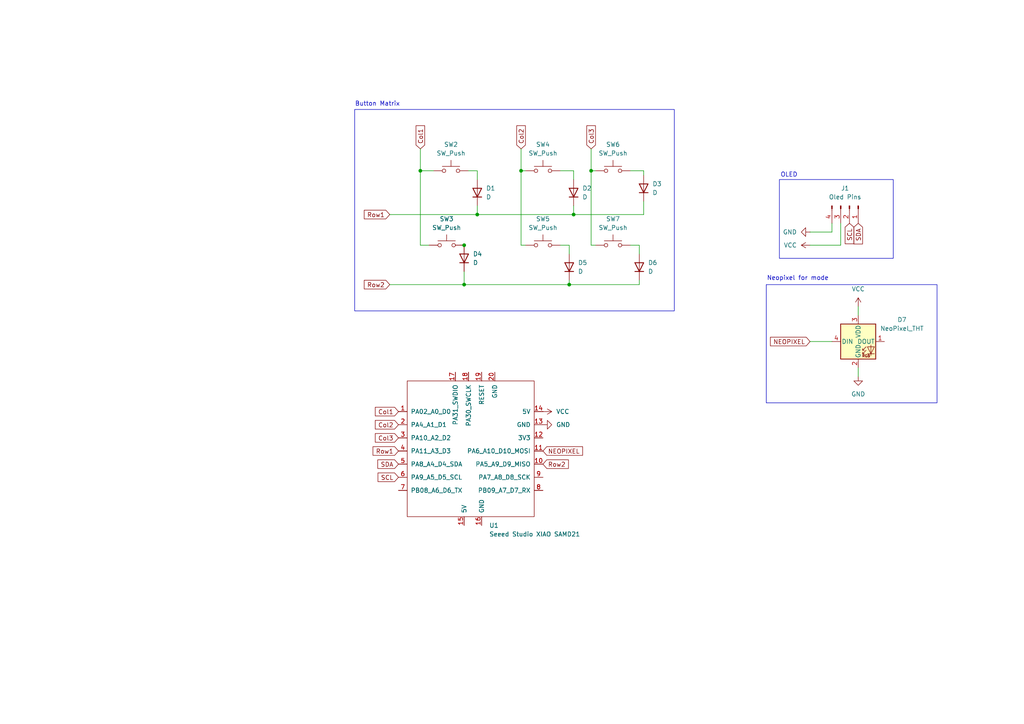
<source format=kicad_sch>
(kicad_sch (version 20231120) (generator "eeschema") (generator_version "8.0")
  (paper "A4")
  (lib_symbols
    (symbol "Connector:Conn_01x04_Pin" (pin_names (offset 1.016) hide)
      (property "Reference" "J" (at 0 5.08 0))
      (property "Value" "Conn_01x04_Pin" (at 0 -7.62 0))
      (symbol "Conn_01x04_Pin_1_1"
        (polyline (pts (xy 1.27 -5.08) (xy 0.8636 -5.08)) (stroke (width 0.1524)))
        (polyline (pts (xy 1.27 -2.54) (xy 0.8636 -2.54)) (stroke (width 0.1524)))
        (polyline (pts (xy 1.27 0) (xy 0.8636 0)) (stroke (width 0.1524)))
        (polyline (pts (xy 1.27 2.54) (xy 0.8636 2.54)) (stroke (width 0.1524)))
        (rectangle (start 0.8636 -4.953) (end 0 -5.207) (stroke (width 0.1524)) (fill (type outline)))
        (rectangle (start 0.8636 -2.413) (end 0 -2.667) (stroke (width 0.1524)) (fill (type outline)))
        (rectangle (start 0.8636 0.127) (end 0 -0.127) (stroke (width 0.1524)) (fill (type outline)))
        (rectangle (start 0.8636 2.667) (end 0 2.413) (stroke (width 0.1524)) (fill (type outline)))
        (pin passive line (at 5.08 2.54 180) (length 3.81) (name "Pin_1") (number "1"))
        (pin passive line (at 5.08 0 180) (length 3.81) (name "Pin_2") (number "2"))
        (pin passive line (at 5.08 -2.54 180) (length 3.81) (name "Pin_3") (number "3"))
        (pin passive line (at 5.08 -5.08 180) (length 3.81) (name "Pin_4") (number "4"))
      )
    )
    (symbol "Device:D" (pin_numbers hide) (pin_names (offset 1.016) hide)
      (property "Reference" "D" (at 0 2.54 0))
      (property "Value" "D" (at 0 -2.54 0))
      (symbol "D_0_1"
        (polyline (pts (xy -1.27 1.27) (xy -1.27 -1.27)) (stroke (width 0.254)))
        (polyline (pts (xy 1.27 0) (xy -1.27 0)))
        (polyline (pts (xy 1.27 1.27) (xy 1.27 -1.27) (xy -1.27 0) (xy 1.27 1.27)) (stroke (width 0.254)))
      )
      (symbol "D_1_1"
        (pin passive line (at -3.81 0 0) (length 2.54) (name "K") (number "1"))
        (pin passive line (at 3.81 0 180) (length 2.54) (name "A") (number "2"))
      )
    )
    (symbol "LED:NeoPixel_THT" (pin_names (offset 0.254))
      (property "Reference" "D" (at 5.08 5.715 0))
      (property "Value" "NeoPixel_THT" (at 1.27 -5.715 0))
      (symbol "NeoPixel_THT_0_0"
        (text "RGB" (at 2.286 -4.191 0) (effects (font (size 0.762 0.762))))
      )
      (symbol "NeoPixel_THT_0_1"
        (polyline (pts (xy 1.27 -3.556) (xy 1.778 -3.556)))
        (polyline (pts (xy 1.27 -2.54) (xy 1.778 -2.54)))
        (polyline (pts (xy 4.699 -3.556) (xy 2.667 -3.556)))
        (polyline (pts (xy 2.286 -2.54) (xy 1.27 -3.556) (xy 1.27 -3.048)))
        (polyline (pts (xy 2.286 -1.524) (xy 1.27 -2.54) (xy 1.27 -2.032)))
        (polyline (pts (xy 3.683 -1.016) (xy 3.683 -3.556) (xy 3.683 -4.064)))
        (polyline (pts (xy 4.699 -1.524) (xy 2.667 -1.524) (xy 3.683 -3.556) (xy 4.699 -1.524)))
        (rectangle (start 5.08 5.08) (end -5.08 -5.08) (stroke (width 0.254)) (fill (type background)))
      )
      (symbol "NeoPixel_THT_1_1"
        (pin output line (at 7.62 0 180) (length 2.54) (name "DOUT") (number "1"))
        (pin power_in line (at 0 -7.62 90) (length 2.54) (name "GND") (number "2"))
        (pin power_in line (at 0 7.62 270) (length 2.54) (name "VDD") (number "3"))
        (pin input line (at -7.62 0 0) (length 2.54) (name "DIN") (number "4"))
      )
    )
    (symbol "Seeed_Studio_XIAO_Series:Seeed Studio XIAO SAMD21" (pin_names (offset 1.016))
      (property "Reference" "U" (at -19.05 22.86 0))
      (property "Value" "Seeed Studio XIAO SAMD21" (at -12.7 21.59 0))
      (symbol "Seeed Studio XIAO SAMD21_0_1"
        (rectangle (start -19.05 20.32) (end 17.78 -19.05))
      )
      (symbol "Seeed Studio XIAO SAMD21_1_1"
        (pin unspecified line (at -21.59 11.43 0) (length 2.54) (name "PA02_A0_D0") (number "1"))
        (pin unspecified line (at 20.32 -3.81 180) (length 2.54) (name "PA5_A9_D9_MISO") (number "10"))
        (pin unspecified line (at 20.32 0 180) (length 2.54) (name "PA6_A10_D10_MOSI") (number "11"))
        (pin unspecified line (at 20.32 3.81 180) (length 2.54) (name "3V3") (number "12"))
        (pin unspecified line (at 20.32 7.62 180) (length 2.54) (name "GND") (number "13"))
        (pin unspecified line (at 20.32 11.43 180) (length 2.54) (name "5V") (number "14"))
        (pin input line (at -2.54 -21.59 90) (length 2.54) (name "5V") (number "15"))
        (pin input line (at 2.54 -21.59 90) (length 2.54) (name "GND") (number "16"))
        (pin input line (at -5.08 22.86 270) (length 2.54) (name "PA31_SWDIO") (number "17"))
        (pin input line (at -1.27 22.86 270) (length 2.54) (name "PA30_SWCLK") (number "18"))
        (pin input line (at 2.54 22.86 270) (length 2.54) (name "RESET") (number "19"))
        (pin unspecified line (at -21.59 7.62 0) (length 2.54) (name "PA4_A1_D1") (number "2"))
        (pin input line (at 6.35 22.86 270) (length 2.54) (name "GND") (number "20"))
        (pin unspecified line (at -21.59 3.81 0) (length 2.54) (name "PA10_A2_D2") (number "3"))
        (pin unspecified line (at -21.59 0 0) (length 2.54) (name "PA11_A3_D3") (number "4"))
        (pin unspecified line (at -21.59 -3.81 0) (length 2.54) (name "PA8_A4_D4_SDA") (number "5"))
        (pin unspecified line (at -21.59 -7.62 0) (length 2.54) (name "PA9_A5_D5_SCL") (number "6"))
        (pin unspecified line (at -21.59 -11.43 0) (length 2.54) (name "PB08_A6_D6_TX") (number "7"))
        (pin unspecified line (at 20.32 -11.43 180) (length 2.54) (name "PB09_A7_D7_RX") (number "8"))
        (pin unspecified line (at 20.32 -7.62 180) (length 2.54) (name "PA7_A8_D8_SCK") (number "9"))
      )
    )
    (symbol "Switch:SW_Push" (pin_numbers hide) (pin_names (offset 1.016) hide)
      (property "Reference" "SW" (at 1.27 2.54 0))
      (property "Value" "SW_Push" (at 0 -1.524 0))
      (symbol "SW_Push_0_1"
        (circle (center -2.032 0) (radius 0.508))
        (polyline (pts (xy 0 1.27) (xy 0 3.048)))
        (polyline (pts (xy 2.54 1.27) (xy -2.54 1.27)))
        (circle (center 2.032 0) (radius 0.508))
        (pin passive line (at -5.08 0 0) (length 2.54) (name "1") (number "1"))
        (pin passive line (at 5.08 0 180) (length 2.54) (name "2") (number "2"))
      )
    )
    (symbol "power:GND" (power) (pin_numbers hide) (pin_names (offset 0) hide)
      (property "Value" "GND" (at 0 -3.81 0))
      (symbol "GND_0_1"
        (polyline (pts (xy 0 0) (xy 0 -1.27) (xy 1.27 -1.27) (xy 0 -2.54) (xy -1.27 -1.27) (xy 0 -1.27)))
      )
      (symbol "GND_1_1"
        (pin power_in line (at 0 0 270) (length 0) (name "~") (number "1"))
      )
    )
    (symbol "power:VCC" (power) (pin_numbers hide) (pin_names (offset 0) hide)
      (property "Value" "VCC" (at 0 3.556 0))
      (symbol "VCC_0_1"
        (polyline (pts (xy -0.762 1.27) (xy 0 2.54)))
        (polyline (pts (xy 0 0) (xy 0 2.54)))
        (polyline (pts (xy 0 2.54) (xy 0.762 1.27)))
      )
      (symbol "VCC_1_1"
        (pin power_in line (at 0 0 90) (length 0) (name "~") (number "1"))
      )
    )
  )
  (junction (at 134.62 71.12))
  (junction (at 165.1 82.55))
  (junction (at 134.62 82.55))
  (junction (at 138.43 62.23))
  (junction (at 121.92 49.53))
  (junction (at 171.45 49.53))
  (junction (at 166.37 62.23))
  (junction (at 151.13 49.53))
  (wire (pts (xy 171.45 43.18) (xy 171.45 49.53)))
  (wire (pts (xy 186.69 58.42) (xy 186.69 62.23)))
  (wire (pts (xy 171.45 49.53) (xy 171.45 71.12)))
  (wire (pts (xy 151.13 43.18) (xy 151.13 49.53)))
  (wire (pts (xy 121.92 49.53) (xy 121.92 71.12)))
  (wire (pts (xy 151.13 71.12) (xy 152.4 71.12)))
  (wire (pts (xy 166.37 49.53) (xy 166.37 52.07)))
  (wire (pts (xy 151.13 49.53) (xy 151.13 71.12)))
  (wire (pts (xy 185.42 81.28) (xy 185.42 82.55)))
  (wire (pts (xy 185.42 71.12) (xy 185.42 73.66)))
  (wire (pts (xy 151.13 49.53) (xy 152.4 49.53)))
  (wire (pts (xy 113.03 62.23) (xy 138.43 62.23)))
  (wire (pts (xy 248.92 88.9) (xy 248.92 91.44)))
  (wire (pts (xy 138.43 49.53) (xy 138.43 52.07)))
  (wire (pts (xy 165.1 82.55) (xy 185.42 82.55)))
  (wire (pts (xy 134.62 78.74) (xy 134.62 82.55)))
  (wire (pts (xy 135.89 49.53) (xy 138.43 49.53)))
  (wire (pts (xy 234.95 71.12) (xy 243.84 71.12)))
  (wire (pts (xy 241.3 67.31) (xy 241.3 64.77)))
  (wire (pts (xy 121.92 49.53) (xy 121.92 43.18)))
  (wire (pts (xy 162.56 71.12) (xy 165.1 71.12)))
  (wire (pts (xy 171.45 49.53) (xy 172.72 49.53)))
  (wire (pts (xy 134.62 82.55) (xy 165.1 82.55)))
  (wire (pts (xy 248.92 106.68) (xy 248.92 109.22)))
  (wire (pts (xy 243.84 71.12) (xy 243.84 64.77)))
  (wire (pts (xy 121.92 49.53) (xy 125.73 49.53)))
  (wire (pts (xy 121.92 71.12) (xy 124.46 71.12)))
  (wire (pts (xy 171.45 71.12) (xy 172.72 71.12)))
  (wire (pts (xy 133.35 71.12) (xy 134.62 71.12)))
  (wire (pts (xy 113.03 82.55) (xy 134.62 82.55)))
  (wire (pts (xy 165.1 71.12) (xy 165.1 73.66)))
  (wire (pts (xy 182.88 49.53) (xy 186.69 49.53)))
  (wire (pts (xy 138.43 59.69) (xy 138.43 62.23)))
  (wire (pts (xy 165.1 81.28) (xy 165.1 82.55)))
  (wire (pts (xy 166.37 59.69) (xy 166.37 62.23)))
  (wire (pts (xy 234.95 99.06) (xy 241.3 99.06)))
  (wire (pts (xy 186.69 49.53) (xy 186.69 50.8)))
  (wire (pts (xy 138.43 62.23) (xy 166.37 62.23)))
  (wire (pts (xy 162.56 49.53) (xy 166.37 49.53)))
  (wire (pts (xy 234.95 67.31) (xy 241.3 67.31)))
  (wire (pts (xy 166.37 62.23) (xy 186.69 62.23)))
  (wire (pts (xy 182.88 71.12) (xy 185.42 71.12)))
  (rectangle (start 222.25 82.55) (end 271.78 116.84))
  (rectangle (start 102.87 31.75) (end 195.58 90.17))
  (rectangle (start 226.06 52.07) (end 259.08 74.93))
  (text "Button Matrix" (at 109.474 30.226 0) (effects (font (size 1.27 1.27))))
  (text "OLED" (at 228.854 50.8 0) (effects (font (size 1.27 1.27))))
  (text "Neopixel for mode" (at 231.394 80.772 0) (effects (font (size 1.27 1.27))))
  (global_label "Col1" (shape input) (at 115.57 119.38 180) (property "Intersheetrefs" "${INTERSHEET_REFS}" (effects (hide yes))))
  (global_label "Col1" (shape input) (at 121.92 43.18 90) (property "Intersheetrefs" "${INTERSHEET_REFS}" (effects (hide yes))))
  (global_label "SDA" (shape input) (at 115.57 134.62 180) (property "Intersheetrefs" "${INTERSHEET_REFS}" (effects (hide yes))))
  (global_label "NEOPIXEL" (shape input) (at 234.95 99.06 180) (property "Intersheetrefs" "${INTERSHEET_REFS}" (effects (hide yes))))
  (global_label "Col3" (shape input) (at 115.57 127 180) (property "Intersheetrefs" "${INTERSHEET_REFS}" (effects (hide yes))))
  (global_label "SDA" (shape input) (at 248.92 64.77 270) (property "Intersheetrefs" "${INTERSHEET_REFS}" (effects (hide yes))))
  (global_label "SCL" (shape input) (at 246.38 64.77 270) (property "Intersheetrefs" "${INTERSHEET_REFS}" (effects (hide yes))))
  (global_label "Row2" (shape input) (at 113.03 82.55 180) (property "Intersheetrefs" "${INTERSHEET_REFS}" (effects (hide yes))))
  (global_label "Col2" (shape input) (at 115.57 123.19 180) (property "Intersheetrefs" "${INTERSHEET_REFS}" (effects (hide yes))))
  (global_label "Row2" (shape input) (at 157.48 134.62 0) (property "Intersheetrefs" "${INTERSHEET_REFS}" (effects (hide yes))))
  (global_label "NEOPIXEL" (shape input) (at 157.48 130.81 0) (property "Intersheetrefs" "${INTERSHEET_REFS}" (effects (hide yes))))
  (global_label "Col2" (shape input) (at 151.13 43.18 90) (property "Intersheetrefs" "${INTERSHEET_REFS}" (effects (hide yes))))
  (global_label "SCL" (shape input) (at 115.57 138.43 180) (property "Intersheetrefs" "${INTERSHEET_REFS}" (effects (hide yes))))
  (global_label "Row1" (shape input) (at 113.03 62.23 180) (property "Intersheetrefs" "${INTERSHEET_REFS}" (effects (hide yes))))
  (global_label "Row1" (shape input) (at 115.57 130.81 180) (property "Intersheetrefs" "${INTERSHEET_REFS}" (effects (hide yes))))
  (global_label "Col3" (shape input) (at 171.45 43.18 90) (property "Intersheetrefs" "${INTERSHEET_REFS}" (effects (hide yes))))
  (symbol (lib_id "Seeed_Studio_XIAO_Series:Seeed Studio XIAO SAMD21") (at 137.16 130.81 0) (unit 1)
    (property "Reference" "U1" (at 141.8941 152.4 0) (effects (justify left)))
    (property "Value" "Seeed Studio XIAO SAMD21" (at 141.8941 154.94 0) (effects (justify left)))
    (property "Footprint" "Seeed Studio XIAO Series Library:XIAO-Generic-Thruhole-14P-2.54-21X17.8MM" (effects (hide yes)))
  )
  (symbol (lib_id "LED:NeoPixel_THT") (at 248.92 99.06 0) (unit 1)
    (property "Reference" "D7" (at 261.62 92.7414 0))
    (property "Value" "NeoPixel_THT" (at 261.62 95.2814 0))
    (property "Footprint" "LED_SMD:LED_WS2812B_PLCC4_5.0x5.0mm_P3.2mm" (effects (hide yes)))
    (property "Datasheet" "https://www.adafruit.com/product/1938" (effects (hide yes)))
    (property "Description" "RGB LED with integrated controller, 5mm/8mm LED package" (effects (hide yes)))
  )
  (symbol (lib_id "power:GND") (at 248.92 109.22 0) (unit 1)
    (property "Reference" "#PWR03" (effects (hide yes)))
    (property "Value" "GND" (at 248.92 114.3 0))
    (property "Description" "Power symbol creates a global label with name \"GND\" , ground" (effects (hide yes)))
  )
  (symbol (lib_id "power:GND") (at 234.95 67.31 270) (unit 1)
    (property "Reference" "#PWR01" (effects (hide yes)))
    (property "Value" "GND" (at 231.14 67.3099 90) (effects (justify right)))
    (property "Description" "Power symbol creates a global label with name \"GND\" , ground" (effects (hide yes)))
  )
  (symbol (lib_id "Switch:SW_Push") (at 157.48 49.53 0) (unit 1)
    (property "Reference" "SW4" (at 157.48 41.91 0))
    (property "Value" "SW_Push" (at 157.48 44.45 0))
    (property "Footprint" "Button_Switch_Keyboard:SW_Cherry_MX_1.00u_PCB" (effects (hide yes)))
    (property "Description" "Push button switch, generic, two pins" (effects (hide yes)))
  )
  (symbol (lib_id "Device:D") (at 134.62 74.93 90) (unit 1)
    (property "Reference" "D4" (at 137.16 73.6599 90) (effects (justify right)))
    (property "Value" "D" (at 137.16 76.1999 90) (effects (justify right)))
    (property "Footprint" "Diode_THT:D_DO-34_SOD68_P7.62mm_Horizontal" (effects (hide yes)))
    (property "Description" "Diode" (effects (hide yes)))
    (property "Sim.Device" "D" (effects (hide yes)))
    (property "Sim.Pins" "1=K 2=A" (effects (hide yes)))
  )
  (symbol (lib_id "Device:D") (at 186.69 54.61 90) (unit 1)
    (property "Reference" "D3" (at 189.23 53.3399 90) (effects (justify right)))
    (property "Value" "D" (at 189.23 55.8799 90) (effects (justify right)))
    (property "Footprint" "Diode_THT:D_DO-34_SOD68_P7.62mm_Horizontal" (effects (hide yes)))
    (property "Description" "Diode" (effects (hide yes)))
    (property "Sim.Device" "D" (effects (hide yes)))
    (property "Sim.Pins" "1=K 2=A" (effects (hide yes)))
  )
  (symbol (lib_id "Connector:Conn_01x04_Pin") (at 246.38 59.69 270) (unit 1)
    (property "Reference" "J1" (at 245.11 54.61 90))
    (property "Value" "Oled Pins" (at 245.11 57.15 90))
    (property "Footprint" "Connector_PinHeader_1.00mm:PinHeader_1x04_P1.00mm_Vertical" (effects (hide yes)))
    (property "Description" "Generic connector, single row, 01x04, script generated" (effects (hide yes)))
  )
  (symbol (lib_id "Switch:SW_Push") (at 177.8 71.12 0) (unit 1)
    (property "Reference" "SW7" (at 177.8 63.5 0))
    (property "Value" "SW_Push" (at 177.8 66.04 0))
    (property "Footprint" "Button_Switch_Keyboard:SW_Cherry_MX_1.00u_PCB" (effects (hide yes)))
    (property "Description" "Push button switch, generic, two pins" (effects (hide yes)))
  )
  (symbol (lib_id "Switch:SW_Push") (at 157.48 71.12 0) (unit 1)
    (property "Reference" "SW5" (at 157.48 63.5 0))
    (property "Value" "SW_Push" (at 157.48 66.04 0))
    (property "Footprint" "Button_Switch_Keyboard:SW_Cherry_MX_1.00u_PCB" (effects (hide yes)))
    (property "Description" "Push button switch, generic, two pins" (effects (hide yes)))
  )
  (symbol (lib_id "Device:D") (at 166.37 55.88 90) (unit 1)
    (property "Reference" "D2" (at 168.91 54.6099 90) (effects (justify right)))
    (property "Value" "D" (at 168.91 57.1499 90) (effects (justify right)))
    (property "Footprint" "Diode_THT:D_DO-34_SOD68_P7.62mm_Horizontal" (effects (hide yes)))
    (property "Description" "Diode" (effects (hide yes)))
    (property "Sim.Device" "D" (effects (hide yes)))
    (property "Sim.Pins" "1=K 2=A" (effects (hide yes)))
  )
  (symbol (lib_id "Switch:SW_Push") (at 177.8 49.53 0) (unit 1)
    (property "Reference" "SW6" (at 177.8 41.91 0))
    (property "Value" "SW_Push" (at 177.8 44.45 0))
    (property "Footprint" "Button_Switch_Keyboard:SW_Cherry_MX_1.00u_PCB" (effects (hide yes)))
    (property "Description" "Push button switch, generic, two pins" (effects (hide yes)))
  )
  (symbol (lib_id "Switch:SW_Push") (at 130.81 49.53 0) (unit 1)
    (property "Reference" "SW2" (at 130.81 41.91 0))
    (property "Value" "SW_Push" (at 130.81 44.45 0))
    (property "Footprint" "Button_Switch_Keyboard:SW_Cherry_MX_1.00u_PCB" (effects (hide yes)))
    (property "Description" "Push button switch, generic, two pins" (effects (hide yes)))
  )
  (symbol (lib_id "power:VCC") (at 248.92 88.9 0) (unit 1)
    (property "Reference" "#PWR04" (effects (hide yes)))
    (property "Value" "VCC" (at 248.92 83.82 0))
    (property "Description" "Power symbol creates a global label with name \"VCC\"" (effects (hide yes)))
  )
  (symbol (lib_id "Switch:SW_Push") (at 129.54 71.12 0) (unit 1)
    (property "Reference" "SW3" (at 129.54 63.5 0))
    (property "Value" "SW_Push" (at 129.54 66.04 0))
    (property "Footprint" "Button_Switch_Keyboard:SW_Cherry_MX_1.00u_PCB" (effects (hide yes)))
    (property "Description" "Push button switch, generic, two pins" (effects (hide yes)))
  )
  (symbol (lib_id "power:VCC") (at 234.95 71.12 90) (unit 1)
    (property "Reference" "#PWR02" (effects (hide yes)))
    (property "Value" "VCC" (at 231.14 71.1199 90) (effects (justify left)))
    (property "Description" "Power symbol creates a global label with name \"VCC\"" (effects (hide yes)))
  )
  (symbol (lib_id "Device:D") (at 165.1 77.47 90) (unit 1)
    (property "Reference" "D5" (at 167.64 76.1999 90) (effects (justify right)))
    (property "Value" "D" (at 167.64 78.7399 90) (effects (justify right)))
    (property "Footprint" "Diode_THT:D_DO-34_SOD68_P7.62mm_Horizontal" (effects (hide yes)))
    (property "Description" "Diode" (effects (hide yes)))
    (property "Sim.Device" "D" (effects (hide yes)))
    (property "Sim.Pins" "1=K 2=A" (effects (hide yes)))
  )
  (symbol (lib_id "power:GND") (at 157.48 123.19 90) (unit 1)
    (property "Reference" "#PWR05" (effects (hide yes)))
    (property "Value" "GND" (at 161.29 123.1899 90) (effects (justify right)))
    (property "Description" "Power symbol creates a global label with name \"GND\" , ground" (effects (hide yes)))
  )
  (symbol (lib_id "Device:D") (at 185.42 77.47 90) (unit 1)
    (property "Reference" "D6" (at 187.96 76.1999 90) (effects (justify right)))
    (property "Value" "D" (at 187.96 78.7399 90) (effects (justify right)))
    (property "Footprint" "Diode_THT:D_DO-34_SOD68_P7.62mm_Horizontal" (effects (hide yes)))
    (property "Description" "Diode" (effects (hide yes)))
    (property "Sim.Device" "D" (effects (hide yes)))
    (property "Sim.Pins" "1=K 2=A" (effects (hide yes)))
  )
  (symbol (lib_id "power:VCC") (at 157.48 119.38 270) (unit 1)
    (property "Reference" "#PWR06" (effects (hide yes)))
    (property "Value" "VCC" (at 161.29 119.3799 90) (effects (justify left)))
    (property "Description" "Power symbol creates a global label with name \"VCC\"" (effects (hide yes)))
  )
  (symbol (lib_id "Device:D") (at 138.43 55.88 90) (unit 1)
    (property "Reference" "D1" (at 140.97 54.6099 90) (effects (justify right)))
    (property "Value" "D" (at 140.97 57.1499 90) (effects (justify right)))
    (property "Footprint" "Diode_THT:D_DO-34_SOD68_P7.62mm_Horizontal" (effects (hide yes)))
    (property "Description" "Diode" (effects (hide yes)))
    (property "Sim.Device" "D" (effects (hide yes)))
    (property "Sim.Pins" "1=K 2=A" (effects (hide yes)))
  )
)
</source>
